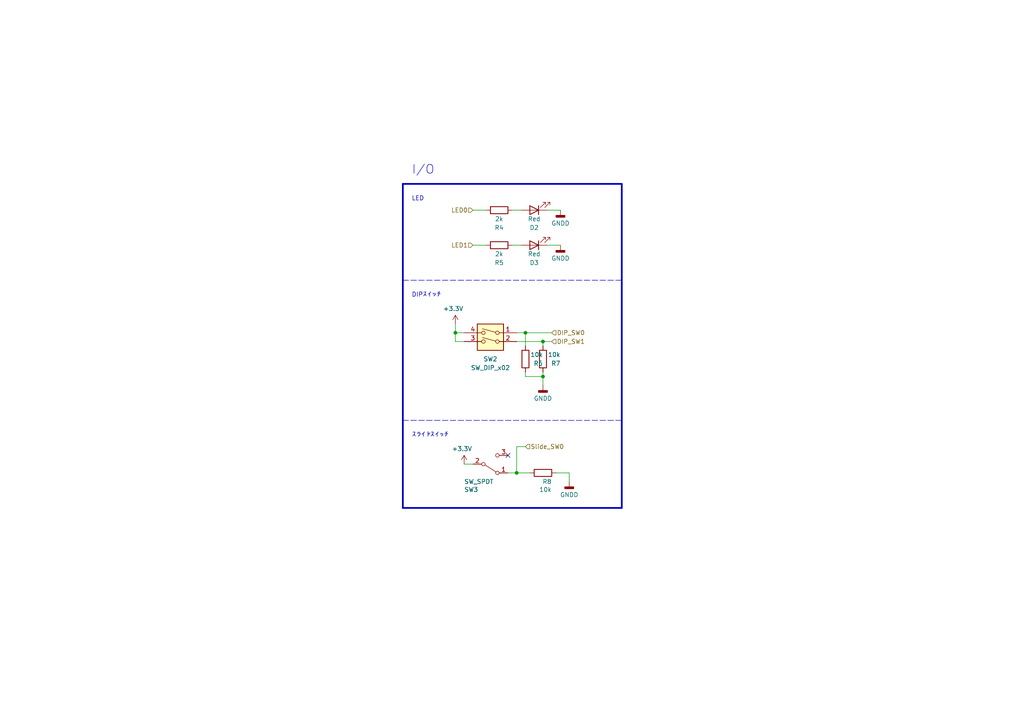
<source format=kicad_sch>
(kicad_sch (version 20230121) (generator eeschema)
  (paper "A4")
  (lib_symbols
    (symbol "Device:LED" (pin_numbers hide) (pin_names (offset 1.016) hide)
      (property "Reference" "D" (at 0 2.54 0))
      (property "Value" "LED" (at 0 -2.54 0))
      (symbol "LED_0_1"
        (polyline (pts (xy -1.27 -1.27) (xy -1.27 1.27)) (stroke (width 0.254)))
        (polyline (pts (xy -1.27 0) (xy 1.27 0)))
        (polyline (pts (xy 1.27 -1.27) (xy 1.27 1.27) (xy -1.27 0) (xy 1.27 -1.27)) (stroke (width 0.254)))
        (polyline (pts (xy -3.048 -0.762) (xy -4.572 -2.286) (xy -3.81 -2.286) (xy -4.572 -2.286) (xy -4.572 -1.524)))
        (polyline (pts (xy -1.778 -0.762) (xy -3.302 -2.286) (xy -2.54 -2.286) (xy -3.302 -2.286) (xy -3.302 -1.524)))
      )
      (symbol "LED_1_1"
        (pin passive line (at -3.81 0 0) (length 2.54) (name "K") (number "1"))
        (pin passive line (at 3.81 0 180) (length 2.54) (name "A") (number "2"))
      )
    )
    (symbol "Device:R" (pin_numbers hide) (pin_names (offset 0))
      (property "Reference" "R" (at 2.032 0 90))
      (property "Value" "R" (at 0 0 90))
      (symbol "R_0_1"
        (rectangle (start -1.016 -2.54) (end 1.016 2.54) (stroke (width 0.254)))
      )
      (symbol "R_1_1"
        (pin passive line (at 0 3.81 270) (length 1.27) (name "~") (number "1"))
        (pin passive line (at 0 -3.81 90) (length 1.27) (name "~") (number "2"))
      )
    )
    (symbol "Switch:SW_DIP_x02" (pin_names (offset 0) hide)
      (property "Reference" "SW" (at 0 6.35 0))
      (property "Value" "SW_DIP_x02" (at 0 -3.81 0))
      (symbol "SW_DIP_x02_0_0"
        (circle (center -2.032 0) (radius 0.508))
        (circle (center -2.032 2.54) (radius 0.508))
        (polyline (pts (xy -1.524 0.127) (xy 2.3622 1.1684)))
        (polyline (pts (xy -1.524 2.667) (xy 2.3622 3.7084)))
        (circle (center 2.032 0) (radius 0.508))
        (circle (center 2.032 2.54) (radius 0.508))
      )
      (symbol "SW_DIP_x02_0_1"
        (rectangle (start -3.81 5.08) (end 3.81 -2.54) (stroke (width 0.254)) (fill (type background)))
      )
      (symbol "SW_DIP_x02_1_1"
        (pin passive line (at -7.62 2.54 0) (length 5.08) (name "~") (number "1"))
        (pin passive line (at -7.62 0 0) (length 5.08) (name "~") (number "2"))
        (pin passive line (at 7.62 0 180) (length 5.08) (name "~") (number "3"))
        (pin passive line (at 7.62 2.54 180) (length 5.08) (name "~") (number "4"))
      )
    )
    (symbol "Switch:SW_SPDT" (pin_names (offset 0) hide)
      (property "Reference" "SW" (at 0 4.318 0))
      (property "Value" "SW_SPDT" (at 0 -5.08 0))
      (symbol "SW_SPDT_0_0"
        (circle (center -2.032 0) (radius 0.508))
        (circle (center 2.032 -2.54) (radius 0.508))
      )
      (symbol "SW_SPDT_0_1"
        (polyline (pts (xy -1.524 0.254) (xy 1.651 2.286)))
        (circle (center 2.032 2.54) (radius 0.508))
      )
      (symbol "SW_SPDT_1_1"
        (pin passive line (at 5.08 2.54 180) (length 2.54) (name "A") (number "1"))
        (pin passive line (at -5.08 0 0) (length 2.54) (name "B") (number "2"))
        (pin passive line (at 5.08 -2.54 180) (length 2.54) (name "C") (number "3"))
      )
    )
    (symbol "power:+3.3V" (power) (pin_names (offset 0))
      (property "Value" "+3.3V" (at 0 3.556 0))
      (symbol "+3.3V_0_1"
        (polyline (pts (xy -0.762 1.27) (xy 0 2.54)))
        (polyline (pts (xy 0 0) (xy 0 2.54)))
        (polyline (pts (xy 0 2.54) (xy 0.762 1.27)))
      )
      (symbol "+3.3V_1_1"
        (pin power_in line (at 0 0 90) (length 0) hide (name "+3.3V") (number "1"))
      )
    )
    (symbol "power:GNDD" (power) (pin_names (offset 0))
      (property "Value" "GNDD" (at 0 -3.175 0))
      (symbol "GNDD_0_1"
        (rectangle (start -1.27 -1.524) (end 1.27 -2.032) (stroke (width 0.254)) (fill (type outline)))
        (polyline (pts (xy 0 0) (xy 0 -1.524)))
      )
      (symbol "GNDD_1_1"
        (pin power_in line (at 0 0 270) (length 0) hide (name "GNDD") (number "1"))
      )
    )
  )
  (junction (at 132.08 96.52))
  (junction (at 149.86 137.16))
  (junction (at 152.4 96.52))
  (junction (at 157.48 109.22))
  (junction (at 157.48 99.06))
  (no_connect (at 147.32 132.08))
  (wire (pts (xy 134.62 134.62) (xy 137.16 134.62)))
  (wire (pts (xy 158.75 71.12) (xy 162.56 71.12)))
  (wire (pts (xy 157.48 109.22) (xy 152.4 109.22)))
  (wire (pts (xy 137.16 71.12) (xy 140.97 71.12)))
  (polyline (pts (xy 116.84 121.92) (xy 180.34 121.92)) (stroke (width 0) (type dash)))
  (wire (pts (xy 137.16 60.96) (xy 140.97 60.96)))
  (wire (pts (xy 132.08 93.98) (xy 132.08 96.52)))
  (wire (pts (xy 149.86 96.52) (xy 152.4 96.52)))
  (wire (pts (xy 147.32 137.16) (xy 149.86 137.16)))
  (polyline (pts (xy 116.84 147.32) (xy 116.84 53.34)) (stroke (width 0.5) (type solid)))
  (wire (pts (xy 161.29 137.16) (xy 165.1 137.16)))
  (wire (pts (xy 157.48 109.22) (xy 157.48 107.95)))
  (wire (pts (xy 157.48 100.33) (xy 157.48 99.06)))
  (wire (pts (xy 132.08 99.06) (xy 134.62 99.06)))
  (wire (pts (xy 157.48 99.06) (xy 160.02 99.06)))
  (wire (pts (xy 149.86 99.06) (xy 157.48 99.06)))
  (polyline (pts (xy 116.84 81.28) (xy 180.34 81.28)) (stroke (width 0) (type dash)))
  (wire (pts (xy 148.59 60.96) (xy 151.13 60.96)))
  (wire (pts (xy 152.4 109.22) (xy 152.4 107.95)))
  (wire (pts (xy 148.59 71.12) (xy 151.13 71.12)))
  (polyline (pts (xy 116.84 53.34) (xy 180.34 53.34)) (stroke (width 0.5) (type solid)))
  (wire (pts (xy 152.4 96.52) (xy 160.02 96.52)))
  (wire (pts (xy 132.08 96.52) (xy 132.08 99.06)))
  (wire (pts (xy 158.75 60.96) (xy 162.56 60.96)))
  (wire (pts (xy 165.1 139.7) (xy 165.1 137.16)))
  (polyline (pts (xy 180.34 147.32) (xy 180.34 53.34)) (stroke (width 0.5) (type solid)))
  (wire (pts (xy 152.4 96.52) (xy 152.4 100.33)))
  (wire (pts (xy 149.86 129.54) (xy 149.86 137.16)))
  (polyline (pts (xy 116.84 147.32) (xy 180.34 147.32)) (stroke (width 0.5) (type solid)))
  (wire (pts (xy 149.86 137.16) (xy 153.67 137.16)))
  (wire (pts (xy 152.4 129.54) (xy 149.86 129.54)))
  (wire (pts (xy 132.08 96.52) (xy 134.62 96.52)))
  (wire (pts (xy 157.48 111.76) (xy 157.48 109.22)))
  (text "スライドスイッチ" (at 119.38 127 0) (effects (font (size 1.27 1.27)) (justify left bottom)))
  (text "I/O" (at 119.38 50.8 0) (effects (font (size 2.54 2.54)) (justify left bottom)))
  (text "DIPスイッチ" (at 119.38 86.36 0) (effects (font (size 1.27 1.27)) (justify left bottom)))
  (text "LED" (at 119.38 58.42 0) (effects (font (size 1.27 1.27)) (justify left bottom)))
  (hierarchical_label "DIP_SW1" (shape input) (at 160.02 99.06 0))
  (hierarchical_label "LED1" (shape input) (at 137.16 71.12 180))
  (hierarchical_label "Slide_SW0" (shape input) (at 152.4 129.54 0))
  (hierarchical_label "LED0" (shape input) (at 137.16 60.96 180))
  (hierarchical_label "DIP_SW0" (shape input) (at 160.02 96.52 0))
  (symbol (lib_id "Device:LED") (at 154.94 60.96 180) (unit 1)
    (property "Reference" "D2" (at 154.94 66.04 0))
    (property "Value" "Red" (at 154.94 63.5 0))
    (property "Footprint" "LED_SMD:LED_0603_1608Metric_Pad1.05x0.95mm_HandSolder" (effects hide))
  )
  (symbol (lib_id "Switch:SW_SPDT") (at 142.24 134.62 0) (mirror x) (unit 1)
    (property "Reference" "SW3" (at 134.62 142.0114 0) (effects (justify left)))
    (property "Value" "SW_SPDT" (at 134.62 139.7 0) (effects (justify left)))
    (property "Footprint" "MyLibrary:SW_Slide_DPDT_SSAJ120100" (effects hide))
  )
  (symbol (lib_id "power:+3.3V") (at 132.08 93.98 0) (unit 1)
    (property "Reference" "#PWR012" (effects hide))
    (property "Value" "+3.3V" (at 131.445 89.535 0))
  )
  (symbol (lib_id "Switch:SW_DIP_x02") (at 142.24 99.06 0) (mirror y) (unit 1)
    (property "Reference" "SW2" (at 142.24 104.14 0))
    (property "Value" "SW_DIP_x02" (at 142.24 106.68 0))
    (property "Footprint" "Button_Switch_SMD:SW_DIP_SPSTx02_Slide_Copal_CHS-02B_W7.62mm_P1.27mm" (effects hide))
  )
  (symbol (lib_id "Device:R") (at 144.78 71.12 270) (mirror x) (unit 1)
    (property "Reference" "R5" (at 144.78 76.2 90))
    (property "Value" "2k" (at 144.78 73.66 90))
    (property "Footprint" "Resistor_SMD:R_0402_1005Metric" (effects hide))
  )
  (symbol (lib_id "power:GNDD") (at 157.48 111.76 0) (unit 1)
    (property "Reference" "#PWR014" (effects hide))
    (property "Value" "GNDD" (at 157.48 115.57 0))
  )
  (symbol (lib_id "power:GNDD") (at 162.56 71.12 0) (unit 1)
    (property "Reference" "#PWR016" (effects hide))
    (property "Value" "GNDD" (at 162.56 74.93 0))
  )
  (symbol (lib_id "Device:R") (at 157.48 137.16 90) (mirror x) (unit 1)
    (property "Reference" "R8" (at 160.02 139.7 90) (effects (justify left)))
    (property "Value" "10k" (at 160.02 142.0114 90) (effects (justify left)))
    (property "Footprint" "Resistor_SMD:R_0402_1005Metric" (effects hide))
  )
  (symbol (lib_id "Device:R") (at 157.48 104.14 180) (unit 1)
    (property "Reference" "R7" (at 162.56 105.41 0) (effects (justify left)))
    (property "Value" "10k" (at 162.56 102.87 0) (effects (justify left)))
    (property "Footprint" "Resistor_SMD:R_0402_1005Metric" (effects hide))
  )
  (symbol (lib_id "Device:LED") (at 154.94 71.12 180) (unit 1)
    (property "Reference" "D3" (at 154.94 76.2 0))
    (property "Value" "Red" (at 154.94 73.66 0))
    (property "Footprint" "LED_SMD:LED_0603_1608Metric_Pad1.05x0.95mm_HandSolder" (effects hide))
  )
  (symbol (lib_id "Device:R") (at 144.78 60.96 270) (mirror x) (unit 1)
    (property "Reference" "R4" (at 144.78 66.04 90))
    (property "Value" "2k" (at 144.78 63.5 90))
    (property "Footprint" "Resistor_SMD:R_0402_1005Metric" (effects hide))
  )
  (symbol (lib_id "power:GNDD") (at 162.56 60.96 0) (unit 1)
    (property "Reference" "#PWR015" (effects hide))
    (property "Value" "GNDD" (at 162.56 64.77 0))
  )
  (symbol (lib_id "Device:R") (at 152.4 104.14 180) (unit 1)
    (property "Reference" "R6" (at 157.48 105.41 0) (effects (justify left)))
    (property "Value" "10k" (at 157.48 102.87 0) (effects (justify left)))
    (property "Footprint" "Resistor_SMD:R_0402_1005Metric" (effects hide))
  )
  (symbol (lib_id "power:+3.3V") (at 134.62 134.62 0) (unit 1)
    (property "Reference" "#PWR013" (effects hide))
    (property "Value" "+3.3V" (at 133.985 130.175 0))
  )
  (symbol (lib_id "power:GNDD") (at 165.1 139.7 0) (unit 1)
    (property "Reference" "#PWR017" (effects hide))
    (property "Value" "GNDD" (at 165.1 143.51 0))
  )
)
</source>
